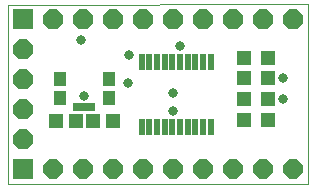
<source format=gts>
G75*
%MOIN*%
%OFA0B0*%
%FSLAX25Y25*%
%IPPOS*%
%LPD*%
%AMOC8*
5,1,8,0,0,1.08239X$1,22.5*
%
%ADD10C,0.00000*%
%ADD11R,0.02175X0.05324*%
%ADD12R,0.06506X0.06506*%
%ADD13OC8,0.06506*%
%ADD14R,0.04143X0.04537*%
%ADD15R,0.07293X0.02765*%
%ADD16R,0.06600X0.06600*%
%ADD17OC8,0.06600*%
%ADD18R,0.04537X0.04931*%
%ADD19R,0.04931X0.04537*%
%ADD20C,0.03300*%
D10*
X0040000Y0001600D02*
X0040000Y0061561D01*
X0140000Y0061600D01*
X0140000Y0001600D01*
X0040000Y0001600D01*
D11*
X0084734Y0020773D03*
X0087293Y0020773D03*
X0089852Y0020773D03*
X0092411Y0020773D03*
X0094970Y0020773D03*
X0097530Y0020773D03*
X0100089Y0020773D03*
X0102648Y0020773D03*
X0105207Y0020773D03*
X0107766Y0020773D03*
X0107766Y0042427D03*
X0105207Y0042427D03*
X0102648Y0042427D03*
X0100089Y0042427D03*
X0097530Y0042427D03*
X0094970Y0042427D03*
X0092411Y0042427D03*
X0089852Y0042427D03*
X0087293Y0042427D03*
X0084734Y0042427D03*
D12*
X0045000Y0006600D03*
D13*
X0055000Y0006600D03*
X0065000Y0006600D03*
X0075000Y0006600D03*
X0085000Y0006600D03*
X0095000Y0006600D03*
X0105000Y0006600D03*
X0115000Y0006600D03*
X0125000Y0006600D03*
X0135000Y0006600D03*
D14*
X0073696Y0030325D03*
X0073696Y0036625D03*
X0057554Y0036625D03*
X0057554Y0030325D03*
D15*
X0065625Y0027569D03*
D16*
X0045000Y0056600D03*
D17*
X0055000Y0056600D03*
X0065000Y0056600D03*
X0075000Y0056600D03*
X0085000Y0056600D03*
X0095000Y0056600D03*
X0105000Y0056600D03*
X0115000Y0056600D03*
X0125000Y0056600D03*
X0135000Y0056600D03*
X0045000Y0046600D03*
X0045000Y0036600D03*
X0045000Y0026600D03*
X0045000Y0016600D03*
D18*
X0118750Y0023254D03*
X0126875Y0023254D03*
X0126875Y0029946D03*
X0118750Y0029946D03*
X0118750Y0037004D03*
X0126875Y0037004D03*
X0126875Y0043696D03*
X0118750Y0043696D03*
D19*
X0075221Y0022850D03*
X0068529Y0022850D03*
X0062721Y0022850D03*
X0056029Y0022850D03*
D20*
X0065625Y0030975D03*
X0080000Y0035350D03*
X0095000Y0032225D03*
X0095000Y0025975D03*
X0131875Y0029946D03*
X0131875Y0037004D03*
X0097500Y0047850D03*
X0080625Y0044725D03*
X0064375Y0049725D03*
M02*

</source>
